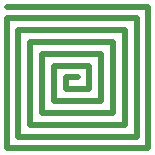
<source format=gbr>
%TF.GenerationSoftware,KiCad,Pcbnew,(6.0.8)*%
%TF.CreationDate,2022-12-09T14:47:18+01:00*%
%TF.ProjectId,touch,746f7563-682e-46b6-9963-61645f706362,rev?*%
%TF.SameCoordinates,Original*%
%TF.FileFunction,Copper,L1,Top*%
%TF.FilePolarity,Positive*%
%FSLAX46Y46*%
G04 Gerber Fmt 4.6, Leading zero omitted, Abs format (unit mm)*
G04 Created by KiCad (PCBNEW (6.0.8)) date 2022-12-09 14:47:18*
%MOMM*%
%LPD*%
G01*
G04 APERTURE LIST*
%TA.AperFunction,NonConductor*%
%ADD10C,0.200000*%
%TD*%
%TA.AperFunction,Conductor*%
%ADD11C,0.500000*%
%TD*%
G04 APERTURE END LIST*
D10*
X100000001Y-100000000D02*
G75*
G03*
X100000001Y-100000000I-1J0D01*
G01*
D11*
%TO.N,*%
X105000000Y-106000000D02*
X106000000Y-106000000D01*
X105000000Y-107000000D02*
X105000000Y-106000000D01*
X107000000Y-107000000D02*
X105000000Y-107000000D01*
X107000000Y-105000000D02*
X107000000Y-107000000D01*
X104000000Y-105000000D02*
X107000000Y-105000000D01*
X104000000Y-108000000D02*
X104000000Y-105000000D01*
X108000000Y-108000000D02*
X104000000Y-108000000D01*
X108000000Y-104000000D02*
X108000000Y-108000000D01*
X103000000Y-104000000D02*
X108000000Y-104000000D01*
X103000000Y-109000000D02*
X103000000Y-104000000D01*
X109000000Y-109000000D02*
X103000000Y-109000000D01*
X109000000Y-103000000D02*
X109000000Y-109000000D01*
X102000000Y-103000000D02*
X109000000Y-103000000D01*
X102000000Y-110000000D02*
X102000000Y-103000000D01*
X110000000Y-110000000D02*
X102000000Y-110000000D01*
X110000000Y-102000000D02*
X110000000Y-110000000D01*
X101000000Y-102000000D02*
X110000000Y-102000000D01*
X111000000Y-101000000D02*
X111000000Y-111000000D01*
X100000000Y-101000000D02*
X111000000Y-101000000D01*
X101000000Y-111000000D02*
X101000000Y-102000000D01*
X100000000Y-112000000D02*
X100000000Y-101000000D01*
X111000000Y-111000000D02*
X101000000Y-111000000D01*
X112000000Y-112000000D02*
X100000000Y-112000000D01*
X100000000Y-100000000D02*
X112000000Y-100000000D01*
X112000000Y-100000000D02*
X112000000Y-112000000D01*
%TD*%
M02*

</source>
